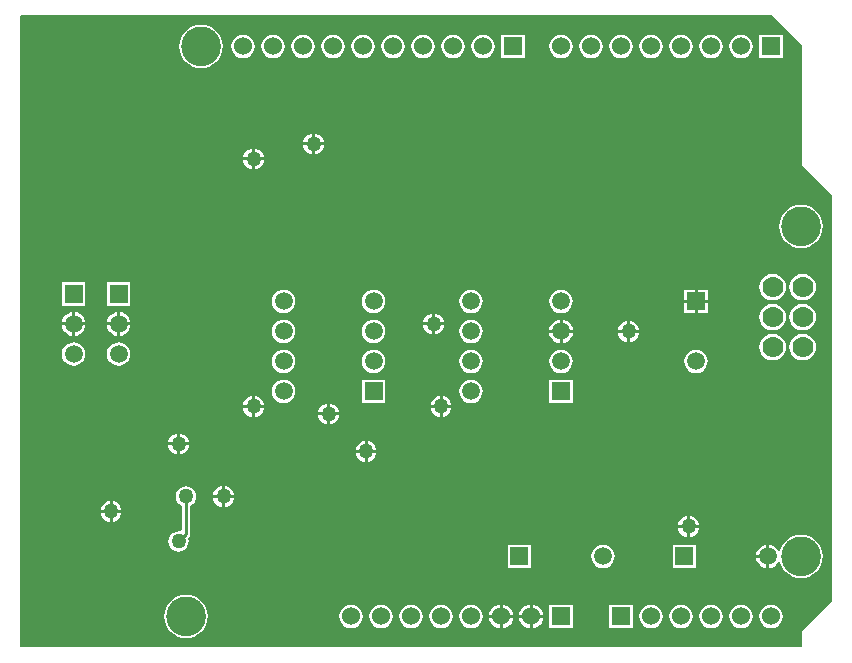
<source format=gbl>
G04*
G04 #@! TF.GenerationSoftware,Altium Limited,Altium Designer,20.0.12 (288)*
G04*
G04 Layer_Physical_Order=2*
G04 Layer_Color=16711680*
%FSLAX25Y25*%
%MOIN*%
G70*
G01*
G75*
%ADD13C,0.01000*%
%ADD14C,0.00500*%
%ADD16C,0.00700*%
%ADD41R,0.05906X0.05906*%
%ADD42C,0.05906*%
%ADD43R,0.05906X0.05906*%
%ADD44C,0.12598*%
%ADD45R,0.06000X0.06000*%
%ADD46C,0.06000*%
%ADD47C,0.07000*%
%ADD48C,0.05000*%
G36*
X260000Y200000D02*
Y160000D01*
X270000Y150000D01*
Y15000D01*
X260000Y5000D01*
Y0D01*
X0D01*
X-0Y210000D01*
X250000Y210000D01*
X260000Y200000D01*
D02*
G37*
%LPC*%
G36*
X253900Y203900D02*
X246100D01*
Y196100D01*
X253900D01*
Y203900D01*
D02*
G37*
G36*
X167900D02*
X160100D01*
Y196100D01*
X167900D01*
Y203900D01*
D02*
G37*
G36*
X240000Y203934D02*
X238982Y203800D01*
X238033Y203407D01*
X237218Y202782D01*
X236593Y201967D01*
X236200Y201018D01*
X236066Y200000D01*
X236200Y198982D01*
X236593Y198033D01*
X237218Y197219D01*
X238033Y196593D01*
X238982Y196200D01*
X240000Y196066D01*
X241018Y196200D01*
X241967Y196593D01*
X242781Y197219D01*
X243407Y198033D01*
X243800Y198982D01*
X243934Y200000D01*
X243800Y201018D01*
X243407Y201967D01*
X242781Y202782D01*
X241967Y203407D01*
X241018Y203800D01*
X240000Y203934D01*
D02*
G37*
G36*
X230000D02*
X228982Y203800D01*
X228033Y203407D01*
X227219Y202782D01*
X226593Y201967D01*
X226200Y201018D01*
X226066Y200000D01*
X226200Y198982D01*
X226593Y198033D01*
X227219Y197219D01*
X228033Y196593D01*
X228982Y196200D01*
X230000Y196066D01*
X231018Y196200D01*
X231967Y196593D01*
X232782Y197219D01*
X233407Y198033D01*
X233800Y198982D01*
X233934Y200000D01*
X233800Y201018D01*
X233407Y201967D01*
X232782Y202782D01*
X231967Y203407D01*
X231018Y203800D01*
X230000Y203934D01*
D02*
G37*
G36*
X220000D02*
X218982Y203800D01*
X218033Y203407D01*
X217218Y202782D01*
X216593Y201967D01*
X216200Y201018D01*
X216066Y200000D01*
X216200Y198982D01*
X216593Y198033D01*
X217218Y197219D01*
X218033Y196593D01*
X218982Y196200D01*
X220000Y196066D01*
X221018Y196200D01*
X221967Y196593D01*
X222781Y197219D01*
X223407Y198033D01*
X223800Y198982D01*
X223934Y200000D01*
X223800Y201018D01*
X223407Y201967D01*
X222781Y202782D01*
X221967Y203407D01*
X221018Y203800D01*
X220000Y203934D01*
D02*
G37*
G36*
X210000D02*
X208982Y203800D01*
X208033Y203407D01*
X207219Y202782D01*
X206593Y201967D01*
X206200Y201018D01*
X206066Y200000D01*
X206200Y198982D01*
X206593Y198033D01*
X207219Y197219D01*
X208033Y196593D01*
X208982Y196200D01*
X210000Y196066D01*
X211018Y196200D01*
X211967Y196593D01*
X212782Y197219D01*
X213407Y198033D01*
X213800Y198982D01*
X213934Y200000D01*
X213800Y201018D01*
X213407Y201967D01*
X212782Y202782D01*
X211967Y203407D01*
X211018Y203800D01*
X210000Y203934D01*
D02*
G37*
G36*
X200000D02*
X198982Y203800D01*
X198033Y203407D01*
X197219Y202782D01*
X196593Y201967D01*
X196200Y201018D01*
X196066Y200000D01*
X196200Y198982D01*
X196593Y198033D01*
X197219Y197219D01*
X198033Y196593D01*
X198982Y196200D01*
X200000Y196066D01*
X201018Y196200D01*
X201967Y196593D01*
X202782Y197219D01*
X203407Y198033D01*
X203800Y198982D01*
X203934Y200000D01*
X203800Y201018D01*
X203407Y201967D01*
X202782Y202782D01*
X201967Y203407D01*
X201018Y203800D01*
X200000Y203934D01*
D02*
G37*
G36*
X190000D02*
X188982Y203800D01*
X188033Y203407D01*
X187218Y202782D01*
X186593Y201967D01*
X186200Y201018D01*
X186066Y200000D01*
X186200Y198982D01*
X186593Y198033D01*
X187218Y197219D01*
X188033Y196593D01*
X188982Y196200D01*
X190000Y196066D01*
X191018Y196200D01*
X191967Y196593D01*
X192781Y197219D01*
X193407Y198033D01*
X193800Y198982D01*
X193934Y200000D01*
X193800Y201018D01*
X193407Y201967D01*
X192781Y202782D01*
X191967Y203407D01*
X191018Y203800D01*
X190000Y203934D01*
D02*
G37*
G36*
X180000D02*
X178982Y203800D01*
X178033Y203407D01*
X177218Y202782D01*
X176593Y201967D01*
X176200Y201018D01*
X176066Y200000D01*
X176200Y198982D01*
X176593Y198033D01*
X177218Y197219D01*
X178033Y196593D01*
X178982Y196200D01*
X180000Y196066D01*
X181018Y196200D01*
X181967Y196593D01*
X182782Y197219D01*
X183407Y198033D01*
X183800Y198982D01*
X183934Y200000D01*
X183800Y201018D01*
X183407Y201967D01*
X182782Y202782D01*
X181967Y203407D01*
X181018Y203800D01*
X180000Y203934D01*
D02*
G37*
G36*
X154000D02*
X152982Y203800D01*
X152033Y203407D01*
X151218Y202782D01*
X150593Y201967D01*
X150200Y201018D01*
X150066Y200000D01*
X150200Y198982D01*
X150593Y198033D01*
X151218Y197219D01*
X152033Y196593D01*
X152982Y196200D01*
X154000Y196066D01*
X155018Y196200D01*
X155967Y196593D01*
X156781Y197219D01*
X157407Y198033D01*
X157800Y198982D01*
X157934Y200000D01*
X157800Y201018D01*
X157407Y201967D01*
X156781Y202782D01*
X155967Y203407D01*
X155018Y203800D01*
X154000Y203934D01*
D02*
G37*
G36*
X144000D02*
X142982Y203800D01*
X142033Y203407D01*
X141218Y202782D01*
X140593Y201967D01*
X140200Y201018D01*
X140066Y200000D01*
X140200Y198982D01*
X140593Y198033D01*
X141218Y197219D01*
X142033Y196593D01*
X142982Y196200D01*
X144000Y196066D01*
X145018Y196200D01*
X145967Y196593D01*
X146782Y197219D01*
X147407Y198033D01*
X147800Y198982D01*
X147934Y200000D01*
X147800Y201018D01*
X147407Y201967D01*
X146782Y202782D01*
X145967Y203407D01*
X145018Y203800D01*
X144000Y203934D01*
D02*
G37*
G36*
X134000D02*
X132982Y203800D01*
X132033Y203407D01*
X131219Y202782D01*
X130593Y201967D01*
X130200Y201018D01*
X130066Y200000D01*
X130200Y198982D01*
X130593Y198033D01*
X131219Y197219D01*
X132033Y196593D01*
X132982Y196200D01*
X134000Y196066D01*
X135018Y196200D01*
X135967Y196593D01*
X136782Y197219D01*
X137407Y198033D01*
X137800Y198982D01*
X137934Y200000D01*
X137800Y201018D01*
X137407Y201967D01*
X136782Y202782D01*
X135967Y203407D01*
X135018Y203800D01*
X134000Y203934D01*
D02*
G37*
G36*
X124000D02*
X122982Y203800D01*
X122033Y203407D01*
X121219Y202782D01*
X120593Y201967D01*
X120200Y201018D01*
X120066Y200000D01*
X120200Y198982D01*
X120593Y198033D01*
X121219Y197219D01*
X122033Y196593D01*
X122982Y196200D01*
X124000Y196066D01*
X125018Y196200D01*
X125967Y196593D01*
X126781Y197219D01*
X127407Y198033D01*
X127800Y198982D01*
X127934Y200000D01*
X127800Y201018D01*
X127407Y201967D01*
X126781Y202782D01*
X125967Y203407D01*
X125018Y203800D01*
X124000Y203934D01*
D02*
G37*
G36*
X114000D02*
X112982Y203800D01*
X112033Y203407D01*
X111219Y202782D01*
X110593Y201967D01*
X110200Y201018D01*
X110066Y200000D01*
X110200Y198982D01*
X110593Y198033D01*
X111219Y197219D01*
X112033Y196593D01*
X112982Y196200D01*
X114000Y196066D01*
X115018Y196200D01*
X115967Y196593D01*
X116781Y197219D01*
X117407Y198033D01*
X117800Y198982D01*
X117934Y200000D01*
X117800Y201018D01*
X117407Y201967D01*
X116781Y202782D01*
X115967Y203407D01*
X115018Y203800D01*
X114000Y203934D01*
D02*
G37*
G36*
X104000D02*
X102982Y203800D01*
X102033Y203407D01*
X101218Y202782D01*
X100593Y201967D01*
X100200Y201018D01*
X100066Y200000D01*
X100200Y198982D01*
X100593Y198033D01*
X101218Y197219D01*
X102033Y196593D01*
X102982Y196200D01*
X104000Y196066D01*
X105018Y196200D01*
X105967Y196593D01*
X106781Y197219D01*
X107407Y198033D01*
X107800Y198982D01*
X107934Y200000D01*
X107800Y201018D01*
X107407Y201967D01*
X106781Y202782D01*
X105967Y203407D01*
X105018Y203800D01*
X104000Y203934D01*
D02*
G37*
G36*
X94000D02*
X92982Y203800D01*
X92033Y203407D01*
X91219Y202782D01*
X90593Y201967D01*
X90200Y201018D01*
X90066Y200000D01*
X90200Y198982D01*
X90593Y198033D01*
X91219Y197219D01*
X92033Y196593D01*
X92982Y196200D01*
X94000Y196066D01*
X95018Y196200D01*
X95967Y196593D01*
X96781Y197219D01*
X97407Y198033D01*
X97800Y198982D01*
X97934Y200000D01*
X97800Y201018D01*
X97407Y201967D01*
X96781Y202782D01*
X95967Y203407D01*
X95018Y203800D01*
X94000Y203934D01*
D02*
G37*
G36*
X84000D02*
X82982Y203800D01*
X82033Y203407D01*
X81218Y202782D01*
X80593Y201967D01*
X80200Y201018D01*
X80066Y200000D01*
X80200Y198982D01*
X80593Y198033D01*
X81218Y197219D01*
X82033Y196593D01*
X82982Y196200D01*
X84000Y196066D01*
X85018Y196200D01*
X85967Y196593D01*
X86782Y197219D01*
X87407Y198033D01*
X87800Y198982D01*
X87934Y200000D01*
X87800Y201018D01*
X87407Y201967D01*
X86782Y202782D01*
X85967Y203407D01*
X85018Y203800D01*
X84000Y203934D01*
D02*
G37*
G36*
X74000D02*
X72982Y203800D01*
X72033Y203407D01*
X71219Y202782D01*
X70593Y201967D01*
X70200Y201018D01*
X70066Y200000D01*
X70200Y198982D01*
X70593Y198033D01*
X71219Y197219D01*
X72033Y196593D01*
X72982Y196200D01*
X74000Y196066D01*
X75018Y196200D01*
X75967Y196593D01*
X76781Y197219D01*
X77407Y198033D01*
X77800Y198982D01*
X77934Y200000D01*
X77800Y201018D01*
X77407Y201967D01*
X76781Y202782D01*
X75967Y203407D01*
X75018Y203800D01*
X74000Y203934D01*
D02*
G37*
G36*
X60000Y207234D02*
X58589Y207095D01*
X57232Y206683D01*
X55981Y206015D01*
X54885Y205115D01*
X53985Y204019D01*
X53317Y202768D01*
X52905Y201411D01*
X52766Y200000D01*
X52905Y198589D01*
X53317Y197232D01*
X53985Y195981D01*
X54885Y194885D01*
X55981Y193985D01*
X57232Y193317D01*
X58589Y192905D01*
X60000Y192766D01*
X61411Y192905D01*
X62768Y193317D01*
X64019Y193985D01*
X65115Y194885D01*
X66015Y195981D01*
X66683Y197232D01*
X67095Y198589D01*
X67234Y200000D01*
X67095Y201411D01*
X66683Y202768D01*
X66015Y204019D01*
X65115Y205115D01*
X64019Y206015D01*
X62768Y206683D01*
X61411Y207095D01*
X60000Y207234D01*
D02*
G37*
G36*
X98000Y170964D02*
Y168000D01*
X100964D01*
X100910Y168414D01*
X100557Y169265D01*
X99996Y169996D01*
X99265Y170557D01*
X98414Y170910D01*
X98000Y170964D01*
D02*
G37*
G36*
X97000D02*
X96586Y170910D01*
X95735Y170557D01*
X95004Y169996D01*
X94443Y169265D01*
X94090Y168414D01*
X94036Y168000D01*
X97000D01*
Y170964D01*
D02*
G37*
G36*
X100964Y167000D02*
X98000D01*
Y164036D01*
X98414Y164090D01*
X99265Y164443D01*
X99996Y165004D01*
X100557Y165735D01*
X100910Y166586D01*
X100964Y167000D01*
D02*
G37*
G36*
X97000D02*
X94036D01*
X94090Y166586D01*
X94443Y165735D01*
X95004Y165004D01*
X95735Y164443D01*
X96586Y164090D01*
X97000Y164036D01*
Y167000D01*
D02*
G37*
G36*
X78000Y165964D02*
Y163000D01*
X80964D01*
X80910Y163414D01*
X80557Y164265D01*
X79996Y164996D01*
X79265Y165557D01*
X78414Y165910D01*
X78000Y165964D01*
D02*
G37*
G36*
X77000D02*
X76586Y165910D01*
X75735Y165557D01*
X75004Y164996D01*
X74443Y164265D01*
X74090Y163414D01*
X74036Y163000D01*
X77000D01*
Y165964D01*
D02*
G37*
G36*
X80964Y162000D02*
X78000D01*
Y159036D01*
X78414Y159090D01*
X79265Y159443D01*
X79996Y160004D01*
X80557Y160735D01*
X80910Y161586D01*
X80964Y162000D01*
D02*
G37*
G36*
X77000D02*
X74036D01*
X74090Y161586D01*
X74443Y160735D01*
X75004Y160004D01*
X75735Y159443D01*
X76586Y159090D01*
X77000Y159036D01*
Y162000D01*
D02*
G37*
G36*
X260000Y147234D02*
X258589Y147095D01*
X257232Y146683D01*
X255981Y146015D01*
X254885Y145115D01*
X253985Y144019D01*
X253317Y142768D01*
X252905Y141411D01*
X252766Y140000D01*
X252905Y138589D01*
X253317Y137232D01*
X253985Y135981D01*
X254885Y134885D01*
X255981Y133985D01*
X257232Y133317D01*
X258589Y132905D01*
X260000Y132766D01*
X261411Y132905D01*
X262768Y133317D01*
X264019Y133985D01*
X265115Y134885D01*
X266015Y135981D01*
X266683Y137232D01*
X267095Y138589D01*
X267234Y140000D01*
X267095Y141411D01*
X266683Y142768D01*
X266015Y144019D01*
X265115Y145115D01*
X264019Y146015D01*
X262768Y146683D01*
X261411Y147095D01*
X260000Y147234D01*
D02*
G37*
G36*
X228953Y118953D02*
X225500D01*
Y115500D01*
X228953D01*
Y118953D01*
D02*
G37*
G36*
X224500D02*
X221047D01*
Y115500D01*
X224500D01*
Y118953D01*
D02*
G37*
G36*
X260551Y124241D02*
X259403Y124090D01*
X258332Y123646D01*
X257413Y122941D01*
X256708Y122022D01*
X256264Y120952D01*
X256113Y119803D01*
X256264Y118655D01*
X256708Y117584D01*
X257413Y116665D01*
X258332Y115960D01*
X259403Y115516D01*
X260551Y115365D01*
X261700Y115516D01*
X262770Y115960D01*
X263689Y116665D01*
X264395Y117584D01*
X264838Y118655D01*
X264989Y119803D01*
X264838Y120952D01*
X264395Y122022D01*
X263689Y122941D01*
X262770Y123646D01*
X261700Y124090D01*
X260551Y124241D01*
D02*
G37*
G36*
X250551D02*
X249403Y124090D01*
X248332Y123646D01*
X247413Y122941D01*
X246708Y122022D01*
X246264Y120952D01*
X246113Y119803D01*
X246264Y118655D01*
X246708Y117584D01*
X247413Y116665D01*
X248332Y115960D01*
X249403Y115516D01*
X250551Y115365D01*
X251700Y115516D01*
X252770Y115960D01*
X253689Y116665D01*
X254395Y117584D01*
X254838Y118655D01*
X254989Y119803D01*
X254838Y120952D01*
X254395Y122022D01*
X253689Y122941D01*
X252770Y123646D01*
X251700Y124090D01*
X250551Y124241D01*
D02*
G37*
G36*
X36353Y121353D02*
X28647D01*
Y113647D01*
X36353D01*
Y121353D01*
D02*
G37*
G36*
X21353D02*
X13647D01*
Y113647D01*
X21353D01*
Y121353D01*
D02*
G37*
G36*
X180000Y118886D02*
X178994Y118754D01*
X178057Y118365D01*
X177252Y117748D01*
X176635Y116943D01*
X176246Y116006D01*
X176114Y115000D01*
X176246Y113994D01*
X176635Y113057D01*
X177252Y112252D01*
X178057Y111635D01*
X178994Y111246D01*
X180000Y111114D01*
X181006Y111246D01*
X181943Y111635D01*
X182748Y112252D01*
X183365Y113057D01*
X183754Y113994D01*
X183886Y115000D01*
X183754Y116006D01*
X183365Y116943D01*
X182748Y117748D01*
X181943Y118365D01*
X181006Y118754D01*
X180000Y118886D01*
D02*
G37*
G36*
X150000D02*
X148994Y118754D01*
X148057Y118365D01*
X147252Y117748D01*
X146635Y116943D01*
X146246Y116006D01*
X146114Y115000D01*
X146246Y113994D01*
X146635Y113057D01*
X147252Y112252D01*
X148057Y111635D01*
X148994Y111246D01*
X150000Y111114D01*
X151006Y111246D01*
X151943Y111635D01*
X152748Y112252D01*
X153365Y113057D01*
X153754Y113994D01*
X153886Y115000D01*
X153754Y116006D01*
X153365Y116943D01*
X152748Y117748D01*
X151943Y118365D01*
X151006Y118754D01*
X150000Y118886D01*
D02*
G37*
G36*
X117500D02*
X116494Y118754D01*
X115557Y118365D01*
X114752Y117748D01*
X114135Y116943D01*
X113746Y116006D01*
X113614Y115000D01*
X113746Y113994D01*
X114135Y113057D01*
X114752Y112252D01*
X115557Y111635D01*
X116494Y111246D01*
X117500Y111114D01*
X118506Y111246D01*
X119443Y111635D01*
X120248Y112252D01*
X120865Y113057D01*
X121254Y113994D01*
X121386Y115000D01*
X121254Y116006D01*
X120865Y116943D01*
X120248Y117748D01*
X119443Y118365D01*
X118506Y118754D01*
X117500Y118886D01*
D02*
G37*
G36*
X87500D02*
X86494Y118754D01*
X85557Y118365D01*
X84752Y117748D01*
X84135Y116943D01*
X83746Y116006D01*
X83614Y115000D01*
X83746Y113994D01*
X84135Y113057D01*
X84752Y112252D01*
X85557Y111635D01*
X86494Y111246D01*
X87500Y111114D01*
X88506Y111246D01*
X89443Y111635D01*
X90248Y112252D01*
X90865Y113057D01*
X91254Y113994D01*
X91386Y115000D01*
X91254Y116006D01*
X90865Y116943D01*
X90248Y117748D01*
X89443Y118365D01*
X88506Y118754D01*
X87500Y118886D01*
D02*
G37*
G36*
X228953Y114500D02*
X225500D01*
Y111047D01*
X228953D01*
Y114500D01*
D02*
G37*
G36*
X224500D02*
X221047D01*
Y111047D01*
X224500D01*
Y114500D01*
D02*
G37*
G36*
X33000Y111421D02*
Y108000D01*
X36421D01*
X36351Y108532D01*
X35953Y109493D01*
X35319Y110319D01*
X34493Y110953D01*
X33532Y111351D01*
X33000Y111421D01*
D02*
G37*
G36*
X18000D02*
Y108000D01*
X21421D01*
X21351Y108532D01*
X20953Y109493D01*
X20319Y110319D01*
X19493Y110953D01*
X18532Y111351D01*
X18000Y111421D01*
D02*
G37*
G36*
X138000Y110964D02*
Y108000D01*
X140964D01*
X140910Y108414D01*
X140557Y109265D01*
X139996Y109996D01*
X139265Y110557D01*
X138414Y110910D01*
X138000Y110964D01*
D02*
G37*
G36*
X137000D02*
X136586Y110910D01*
X135735Y110557D01*
X135004Y109996D01*
X134443Y109265D01*
X134090Y108414D01*
X134036Y108000D01*
X137000D01*
Y110964D01*
D02*
G37*
G36*
X32000Y111421D02*
X31468Y111351D01*
X30507Y110953D01*
X29681Y110319D01*
X29047Y109493D01*
X28649Y108532D01*
X28579Y108000D01*
X32000D01*
Y111421D01*
D02*
G37*
G36*
X17000D02*
X16468Y111351D01*
X15507Y110953D01*
X14681Y110319D01*
X14047Y109493D01*
X13649Y108532D01*
X13579Y108000D01*
X17000D01*
Y111421D01*
D02*
G37*
G36*
X180500Y108921D02*
Y105500D01*
X183921D01*
X183851Y106032D01*
X183453Y106993D01*
X182819Y107819D01*
X181993Y108453D01*
X181032Y108851D01*
X180500Y108921D01*
D02*
G37*
G36*
X203000Y108464D02*
Y105500D01*
X205964D01*
X205910Y105914D01*
X205557Y106765D01*
X204996Y107496D01*
X204265Y108057D01*
X203414Y108410D01*
X203000Y108464D01*
D02*
G37*
G36*
X202000D02*
X201586Y108410D01*
X200735Y108057D01*
X200004Y107496D01*
X199443Y106765D01*
X199090Y105914D01*
X199036Y105500D01*
X202000D01*
Y108464D01*
D02*
G37*
G36*
X179500Y108921D02*
X178968Y108851D01*
X178007Y108453D01*
X177181Y107819D01*
X176547Y106993D01*
X176149Y106032D01*
X176079Y105500D01*
X179500D01*
Y108921D01*
D02*
G37*
G36*
X260551Y114241D02*
X259403Y114090D01*
X258332Y113646D01*
X257413Y112941D01*
X256708Y112022D01*
X256264Y110952D01*
X256113Y109803D01*
X256264Y108654D01*
X256708Y107584D01*
X257413Y106665D01*
X258332Y105960D01*
X259403Y105516D01*
X260551Y105365D01*
X261700Y105516D01*
X262770Y105960D01*
X263689Y106665D01*
X264395Y107584D01*
X264838Y108654D01*
X264989Y109803D01*
X264838Y110952D01*
X264395Y112022D01*
X263689Y112941D01*
X262770Y113646D01*
X261700Y114090D01*
X260551Y114241D01*
D02*
G37*
G36*
X250551D02*
X249403Y114090D01*
X248332Y113646D01*
X247413Y112941D01*
X246708Y112022D01*
X246264Y110952D01*
X246113Y109803D01*
X246264Y108654D01*
X246708Y107584D01*
X247413Y106665D01*
X248332Y105960D01*
X249403Y105516D01*
X250551Y105365D01*
X251700Y105516D01*
X252770Y105960D01*
X253689Y106665D01*
X254395Y107584D01*
X254838Y108654D01*
X254989Y109803D01*
X254838Y110952D01*
X254395Y112022D01*
X253689Y112941D01*
X252770Y113646D01*
X251700Y114090D01*
X250551Y114241D01*
D02*
G37*
G36*
X140964Y107000D02*
X138000D01*
Y104036D01*
X138414Y104090D01*
X139265Y104443D01*
X139996Y105004D01*
X140557Y105735D01*
X140910Y106586D01*
X140964Y107000D01*
D02*
G37*
G36*
X137000D02*
X134036D01*
X134090Y106586D01*
X134443Y105735D01*
X135004Y105004D01*
X135735Y104443D01*
X136586Y104090D01*
X137000Y104036D01*
Y107000D01*
D02*
G37*
G36*
X36421D02*
X33000D01*
Y103579D01*
X33532Y103649D01*
X34493Y104047D01*
X35319Y104681D01*
X35953Y105507D01*
X36351Y106468D01*
X36421Y107000D01*
D02*
G37*
G36*
X21421D02*
X18000D01*
Y103579D01*
X18532Y103649D01*
X19493Y104047D01*
X20319Y104681D01*
X20953Y105507D01*
X21351Y106468D01*
X21421Y107000D01*
D02*
G37*
G36*
X32000D02*
X28579D01*
X28649Y106468D01*
X29047Y105507D01*
X29681Y104681D01*
X30507Y104047D01*
X31468Y103649D01*
X32000Y103579D01*
Y107000D01*
D02*
G37*
G36*
X17000D02*
X13579D01*
X13649Y106468D01*
X14047Y105507D01*
X14681Y104681D01*
X15507Y104047D01*
X16468Y103649D01*
X17000Y103579D01*
Y107000D01*
D02*
G37*
G36*
X205964Y104500D02*
X203000D01*
Y101536D01*
X203414Y101590D01*
X204265Y101943D01*
X204996Y102504D01*
X205557Y103235D01*
X205910Y104086D01*
X205964Y104500D01*
D02*
G37*
G36*
X202000D02*
X199036D01*
X199090Y104086D01*
X199443Y103235D01*
X200004Y102504D01*
X200735Y101943D01*
X201586Y101590D01*
X202000Y101536D01*
Y104500D01*
D02*
G37*
G36*
X150000Y108886D02*
X148994Y108754D01*
X148057Y108365D01*
X147252Y107748D01*
X146635Y106943D01*
X146246Y106006D01*
X146114Y105000D01*
X146246Y103994D01*
X146635Y103057D01*
X147252Y102252D01*
X148057Y101635D01*
X148994Y101246D01*
X150000Y101114D01*
X151006Y101246D01*
X151943Y101635D01*
X152748Y102252D01*
X153365Y103057D01*
X153754Y103994D01*
X153886Y105000D01*
X153754Y106006D01*
X153365Y106943D01*
X152748Y107748D01*
X151943Y108365D01*
X151006Y108754D01*
X150000Y108886D01*
D02*
G37*
G36*
X117500D02*
X116494Y108754D01*
X115557Y108365D01*
X114752Y107748D01*
X114135Y106943D01*
X113746Y106006D01*
X113614Y105000D01*
X113746Y103994D01*
X114135Y103057D01*
X114752Y102252D01*
X115557Y101635D01*
X116494Y101246D01*
X117500Y101114D01*
X118506Y101246D01*
X119443Y101635D01*
X120248Y102252D01*
X120865Y103057D01*
X121254Y103994D01*
X121386Y105000D01*
X121254Y106006D01*
X120865Y106943D01*
X120248Y107748D01*
X119443Y108365D01*
X118506Y108754D01*
X117500Y108886D01*
D02*
G37*
G36*
X87500D02*
X86494Y108754D01*
X85557Y108365D01*
X84752Y107748D01*
X84135Y106943D01*
X83746Y106006D01*
X83614Y105000D01*
X83746Y103994D01*
X84135Y103057D01*
X84752Y102252D01*
X85557Y101635D01*
X86494Y101246D01*
X87500Y101114D01*
X88506Y101246D01*
X89443Y101635D01*
X90248Y102252D01*
X90865Y103057D01*
X91254Y103994D01*
X91386Y105000D01*
X91254Y106006D01*
X90865Y106943D01*
X90248Y107748D01*
X89443Y108365D01*
X88506Y108754D01*
X87500Y108886D01*
D02*
G37*
G36*
X183921Y104500D02*
X180500D01*
Y101079D01*
X181032Y101149D01*
X181993Y101547D01*
X182819Y102181D01*
X183453Y103007D01*
X183851Y103968D01*
X183921Y104500D01*
D02*
G37*
G36*
X179500D02*
X176079D01*
X176149Y103968D01*
X176547Y103007D01*
X177181Y102181D01*
X178007Y101547D01*
X178968Y101149D01*
X179500Y101079D01*
Y104500D01*
D02*
G37*
G36*
X260551Y104241D02*
X259403Y104090D01*
X258332Y103647D01*
X257413Y102941D01*
X256708Y102022D01*
X256264Y100952D01*
X256113Y99803D01*
X256264Y98655D01*
X256708Y97584D01*
X257413Y96665D01*
X258332Y95960D01*
X259403Y95516D01*
X260551Y95365D01*
X261700Y95516D01*
X262770Y95960D01*
X263689Y96665D01*
X264395Y97584D01*
X264838Y98655D01*
X264989Y99803D01*
X264838Y100952D01*
X264395Y102022D01*
X263689Y102941D01*
X262770Y103647D01*
X261700Y104090D01*
X260551Y104241D01*
D02*
G37*
G36*
X250551D02*
X249403Y104090D01*
X248332Y103647D01*
X247413Y102941D01*
X246708Y102022D01*
X246264Y100952D01*
X246113Y99803D01*
X246264Y98655D01*
X246708Y97584D01*
X247413Y96665D01*
X248332Y95960D01*
X249403Y95516D01*
X250551Y95365D01*
X251700Y95516D01*
X252770Y95960D01*
X253689Y96665D01*
X254395Y97584D01*
X254838Y98655D01*
X254989Y99803D01*
X254838Y100952D01*
X254395Y102022D01*
X253689Y102941D01*
X252770Y103647D01*
X251700Y104090D01*
X250551Y104241D01*
D02*
G37*
G36*
X32500Y101386D02*
X31494Y101254D01*
X30557Y100865D01*
X29752Y100248D01*
X29135Y99443D01*
X28746Y98506D01*
X28614Y97500D01*
X28746Y96494D01*
X29135Y95557D01*
X29752Y94752D01*
X30557Y94135D01*
X31494Y93746D01*
X32500Y93614D01*
X33506Y93746D01*
X34443Y94135D01*
X35248Y94752D01*
X35865Y95557D01*
X36254Y96494D01*
X36386Y97500D01*
X36254Y98506D01*
X35865Y99443D01*
X35248Y100248D01*
X34443Y100865D01*
X33506Y101254D01*
X32500Y101386D01*
D02*
G37*
G36*
X17500D02*
X16494Y101254D01*
X15557Y100865D01*
X14752Y100248D01*
X14135Y99443D01*
X13746Y98506D01*
X13614Y97500D01*
X13746Y96494D01*
X14135Y95557D01*
X14752Y94752D01*
X15557Y94135D01*
X16494Y93746D01*
X17500Y93614D01*
X18506Y93746D01*
X19443Y94135D01*
X20248Y94752D01*
X20865Y95557D01*
X21254Y96494D01*
X21386Y97500D01*
X21254Y98506D01*
X20865Y99443D01*
X20248Y100248D01*
X19443Y100865D01*
X18506Y101254D01*
X17500Y101386D01*
D02*
G37*
G36*
X225000Y98886D02*
X223994Y98754D01*
X223057Y98365D01*
X222252Y97748D01*
X221635Y96943D01*
X221246Y96006D01*
X221114Y95000D01*
X221246Y93994D01*
X221635Y93057D01*
X222252Y92252D01*
X223057Y91635D01*
X223994Y91246D01*
X225000Y91114D01*
X226006Y91246D01*
X226943Y91635D01*
X227748Y92252D01*
X228365Y93057D01*
X228754Y93994D01*
X228886Y95000D01*
X228754Y96006D01*
X228365Y96943D01*
X227748Y97748D01*
X226943Y98365D01*
X226006Y98754D01*
X225000Y98886D01*
D02*
G37*
G36*
X180000D02*
X178994Y98754D01*
X178057Y98365D01*
X177252Y97748D01*
X176635Y96943D01*
X176246Y96006D01*
X176114Y95000D01*
X176246Y93994D01*
X176635Y93057D01*
X177252Y92252D01*
X178057Y91635D01*
X178994Y91246D01*
X180000Y91114D01*
X181006Y91246D01*
X181943Y91635D01*
X182748Y92252D01*
X183365Y93057D01*
X183754Y93994D01*
X183886Y95000D01*
X183754Y96006D01*
X183365Y96943D01*
X182748Y97748D01*
X181943Y98365D01*
X181006Y98754D01*
X180000Y98886D01*
D02*
G37*
G36*
X150000D02*
X148994Y98754D01*
X148057Y98365D01*
X147252Y97748D01*
X146635Y96943D01*
X146246Y96006D01*
X146114Y95000D01*
X146246Y93994D01*
X146635Y93057D01*
X147252Y92252D01*
X148057Y91635D01*
X148994Y91246D01*
X150000Y91114D01*
X151006Y91246D01*
X151943Y91635D01*
X152748Y92252D01*
X153365Y93057D01*
X153754Y93994D01*
X153886Y95000D01*
X153754Y96006D01*
X153365Y96943D01*
X152748Y97748D01*
X151943Y98365D01*
X151006Y98754D01*
X150000Y98886D01*
D02*
G37*
G36*
X117500D02*
X116494Y98754D01*
X115557Y98365D01*
X114752Y97748D01*
X114135Y96943D01*
X113746Y96006D01*
X113614Y95000D01*
X113746Y93994D01*
X114135Y93057D01*
X114752Y92252D01*
X115557Y91635D01*
X116494Y91246D01*
X117500Y91114D01*
X118506Y91246D01*
X119443Y91635D01*
X120248Y92252D01*
X120865Y93057D01*
X121254Y93994D01*
X121386Y95000D01*
X121254Y96006D01*
X120865Y96943D01*
X120248Y97748D01*
X119443Y98365D01*
X118506Y98754D01*
X117500Y98886D01*
D02*
G37*
G36*
X87500D02*
X86494Y98754D01*
X85557Y98365D01*
X84752Y97748D01*
X84135Y96943D01*
X83746Y96006D01*
X83614Y95000D01*
X83746Y93994D01*
X84135Y93057D01*
X84752Y92252D01*
X85557Y91635D01*
X86494Y91246D01*
X87500Y91114D01*
X88506Y91246D01*
X89443Y91635D01*
X90248Y92252D01*
X90865Y93057D01*
X91254Y93994D01*
X91386Y95000D01*
X91254Y96006D01*
X90865Y96943D01*
X90248Y97748D01*
X89443Y98365D01*
X88506Y98754D01*
X87500Y98886D01*
D02*
G37*
G36*
X183853Y88853D02*
X176147D01*
Y81147D01*
X183853D01*
Y88853D01*
D02*
G37*
G36*
X121353D02*
X113647D01*
Y81147D01*
X121353D01*
Y88853D01*
D02*
G37*
G36*
X150000Y88886D02*
X148994Y88754D01*
X148057Y88365D01*
X147252Y87748D01*
X146635Y86943D01*
X146246Y86006D01*
X146114Y85000D01*
X146246Y83994D01*
X146635Y83057D01*
X147252Y82252D01*
X148057Y81635D01*
X148994Y81246D01*
X150000Y81114D01*
X151006Y81246D01*
X151943Y81635D01*
X152748Y82252D01*
X153365Y83057D01*
X153754Y83994D01*
X153886Y85000D01*
X153754Y86006D01*
X153365Y86943D01*
X152748Y87748D01*
X151943Y88365D01*
X151006Y88754D01*
X150000Y88886D01*
D02*
G37*
G36*
X87500D02*
X86494Y88754D01*
X85557Y88365D01*
X84752Y87748D01*
X84135Y86943D01*
X83746Y86006D01*
X83614Y85000D01*
X83746Y83994D01*
X84135Y83057D01*
X84752Y82252D01*
X85557Y81635D01*
X86494Y81246D01*
X87500Y81114D01*
X88506Y81246D01*
X89443Y81635D01*
X90248Y82252D01*
X90865Y83057D01*
X91254Y83994D01*
X91386Y85000D01*
X91254Y86006D01*
X90865Y86943D01*
X90248Y87748D01*
X89443Y88365D01*
X88506Y88754D01*
X87500Y88886D01*
D02*
G37*
G36*
X140500Y83464D02*
Y80500D01*
X143464D01*
X143410Y80914D01*
X143057Y81765D01*
X142496Y82496D01*
X141765Y83057D01*
X140914Y83410D01*
X140500Y83464D01*
D02*
G37*
G36*
X139500D02*
X139086Y83410D01*
X138235Y83057D01*
X137504Y82496D01*
X136943Y81765D01*
X136590Y80914D01*
X136536Y80500D01*
X139500D01*
Y83464D01*
D02*
G37*
G36*
X78000D02*
Y80500D01*
X80964D01*
X80910Y80914D01*
X80557Y81765D01*
X79996Y82496D01*
X79265Y83057D01*
X78414Y83410D01*
X78000Y83464D01*
D02*
G37*
G36*
X77000D02*
X76586Y83410D01*
X75735Y83057D01*
X75004Y82496D01*
X74443Y81765D01*
X74090Y80914D01*
X74036Y80500D01*
X77000D01*
Y83464D01*
D02*
G37*
G36*
X103000Y80964D02*
Y78000D01*
X105964D01*
X105910Y78414D01*
X105557Y79265D01*
X104996Y79996D01*
X104265Y80557D01*
X103414Y80910D01*
X103000Y80964D01*
D02*
G37*
G36*
X102000D02*
X101586Y80910D01*
X100735Y80557D01*
X100004Y79996D01*
X99443Y79265D01*
X99090Y78414D01*
X99036Y78000D01*
X102000D01*
Y80964D01*
D02*
G37*
G36*
X143464Y79500D02*
X140500D01*
Y76536D01*
X140914Y76590D01*
X141765Y76943D01*
X142496Y77504D01*
X143057Y78235D01*
X143410Y79086D01*
X143464Y79500D01*
D02*
G37*
G36*
X139500D02*
X136536D01*
X136590Y79086D01*
X136943Y78235D01*
X137504Y77504D01*
X138235Y76943D01*
X139086Y76590D01*
X139500Y76536D01*
Y79500D01*
D02*
G37*
G36*
X80964D02*
X78000D01*
Y76536D01*
X78414Y76590D01*
X79265Y76943D01*
X79996Y77504D01*
X80557Y78235D01*
X80910Y79086D01*
X80964Y79500D01*
D02*
G37*
G36*
X77000D02*
X74036D01*
X74090Y79086D01*
X74443Y78235D01*
X75004Y77504D01*
X75735Y76943D01*
X76586Y76590D01*
X77000Y76536D01*
Y79500D01*
D02*
G37*
G36*
X105964Y77000D02*
X103000D01*
Y74036D01*
X103414Y74090D01*
X104265Y74443D01*
X104996Y75004D01*
X105557Y75735D01*
X105910Y76586D01*
X105964Y77000D01*
D02*
G37*
G36*
X102000D02*
X99036D01*
X99090Y76586D01*
X99443Y75735D01*
X100004Y75004D01*
X100735Y74443D01*
X101586Y74090D01*
X102000Y74036D01*
Y77000D01*
D02*
G37*
G36*
X53000Y70964D02*
Y68000D01*
X55964D01*
X55910Y68414D01*
X55557Y69265D01*
X54996Y69996D01*
X54265Y70557D01*
X53414Y70910D01*
X53000Y70964D01*
D02*
G37*
G36*
X52000D02*
X51586Y70910D01*
X50735Y70557D01*
X50004Y69996D01*
X49443Y69265D01*
X49090Y68414D01*
X49036Y68000D01*
X52000D01*
Y70964D01*
D02*
G37*
G36*
X115500Y68464D02*
Y65500D01*
X118464D01*
X118410Y65914D01*
X118057Y66765D01*
X117496Y67496D01*
X116765Y68057D01*
X115914Y68410D01*
X115500Y68464D01*
D02*
G37*
G36*
X114500D02*
X114086Y68410D01*
X113235Y68057D01*
X112504Y67496D01*
X111943Y66765D01*
X111590Y65914D01*
X111536Y65500D01*
X114500D01*
Y68464D01*
D02*
G37*
G36*
X55964Y67000D02*
X53000D01*
Y64036D01*
X53414Y64090D01*
X54265Y64443D01*
X54996Y65004D01*
X55557Y65735D01*
X55910Y66586D01*
X55964Y67000D01*
D02*
G37*
G36*
X52000D02*
X49036D01*
X49090Y66586D01*
X49443Y65735D01*
X50004Y65004D01*
X50735Y64443D01*
X51586Y64090D01*
X52000Y64036D01*
Y67000D01*
D02*
G37*
G36*
X118464Y64500D02*
X115500D01*
Y61536D01*
X115914Y61590D01*
X116765Y61943D01*
X117496Y62504D01*
X118057Y63235D01*
X118410Y64086D01*
X118464Y64500D01*
D02*
G37*
G36*
X114500D02*
X111536D01*
X111590Y64086D01*
X111943Y63235D01*
X112504Y62504D01*
X113235Y61943D01*
X114086Y61590D01*
X114500Y61536D01*
Y64500D01*
D02*
G37*
G36*
X68000Y53464D02*
Y50500D01*
X70964D01*
X70910Y50914D01*
X70557Y51765D01*
X69996Y52496D01*
X69265Y53057D01*
X68414Y53410D01*
X68000Y53464D01*
D02*
G37*
G36*
X67000D02*
X66586Y53410D01*
X65735Y53057D01*
X65004Y52496D01*
X64443Y51765D01*
X64090Y50914D01*
X64036Y50500D01*
X67000D01*
Y53464D01*
D02*
G37*
G36*
X70964Y49500D02*
X68000D01*
Y46536D01*
X68414Y46590D01*
X69265Y46943D01*
X69996Y47504D01*
X70557Y48235D01*
X70910Y49086D01*
X70964Y49500D01*
D02*
G37*
G36*
X67000D02*
X64036D01*
X64090Y49086D01*
X64443Y48235D01*
X65004Y47504D01*
X65735Y46943D01*
X66586Y46590D01*
X67000Y46536D01*
Y49500D01*
D02*
G37*
G36*
X30500Y48464D02*
Y45500D01*
X33464D01*
X33410Y45914D01*
X33057Y46765D01*
X32496Y47496D01*
X31765Y48057D01*
X30914Y48410D01*
X30500Y48464D01*
D02*
G37*
G36*
X29500D02*
X29086Y48410D01*
X28235Y48057D01*
X27504Y47496D01*
X26943Y46765D01*
X26590Y45914D01*
X26536Y45500D01*
X29500D01*
Y48464D01*
D02*
G37*
G36*
X33464Y44500D02*
X30500D01*
Y41536D01*
X30914Y41590D01*
X31765Y41943D01*
X32496Y42504D01*
X33057Y43235D01*
X33410Y44086D01*
X33464Y44500D01*
D02*
G37*
G36*
X29500D02*
X26536D01*
X26590Y44086D01*
X26943Y43235D01*
X27504Y42504D01*
X28235Y41943D01*
X29086Y41590D01*
X29500Y41536D01*
Y44500D01*
D02*
G37*
G36*
X223000Y43464D02*
Y40500D01*
X225964D01*
X225910Y40914D01*
X225557Y41765D01*
X224996Y42496D01*
X224265Y43057D01*
X223414Y43410D01*
X223000Y43464D01*
D02*
G37*
G36*
X222000D02*
X221586Y43410D01*
X220735Y43057D01*
X220004Y42496D01*
X219443Y41765D01*
X219090Y40914D01*
X219036Y40500D01*
X222000D01*
Y43464D01*
D02*
G37*
G36*
X55000Y53429D02*
X54112Y53312D01*
X53285Y52970D01*
X52575Y52425D01*
X52030Y51715D01*
X51688Y50888D01*
X51571Y50000D01*
X51688Y49112D01*
X52030Y48285D01*
X52575Y47575D01*
X53285Y47030D01*
X53573Y46911D01*
Y38739D01*
X53073Y38354D01*
X52500Y38429D01*
X51612Y38313D01*
X50785Y37970D01*
X50075Y37425D01*
X49530Y36715D01*
X49187Y35888D01*
X49071Y35000D01*
X49187Y34112D01*
X49530Y33285D01*
X50075Y32575D01*
X50785Y32030D01*
X51612Y31688D01*
X52500Y31571D01*
X53388Y31688D01*
X54215Y32030D01*
X54925Y32575D01*
X55470Y33285D01*
X55813Y34112D01*
X55929Y35000D01*
X55813Y35888D01*
X55694Y36175D01*
X56009Y36491D01*
X56009Y36491D01*
X56319Y36954D01*
X56427Y37500D01*
Y46911D01*
X56715Y47030D01*
X57425Y47575D01*
X57970Y48285D01*
X58312Y49112D01*
X58429Y50000D01*
X58312Y50888D01*
X57970Y51715D01*
X57425Y52425D01*
X56715Y52970D01*
X55888Y53312D01*
X55000Y53429D01*
D02*
G37*
G36*
X225964Y39500D02*
X223000D01*
Y36536D01*
X223414Y36590D01*
X224265Y36943D01*
X224996Y37504D01*
X225557Y38235D01*
X225910Y39086D01*
X225964Y39500D01*
D02*
G37*
G36*
X222000D02*
X219036D01*
X219090Y39086D01*
X219443Y38235D01*
X220004Y37504D01*
X220735Y36943D01*
X221586Y36590D01*
X222000Y36536D01*
Y39500D01*
D02*
G37*
G36*
X260000Y37234D02*
X258589Y37095D01*
X257232Y36683D01*
X255981Y36015D01*
X254885Y35115D01*
X253985Y34019D01*
X253317Y32768D01*
X253034Y31838D01*
X252504Y31812D01*
X252429Y31993D01*
X251796Y32819D01*
X250970Y33453D01*
X250008Y33851D01*
X249476Y33921D01*
Y30000D01*
Y26079D01*
X250008Y26149D01*
X250970Y26547D01*
X251796Y27181D01*
X252429Y28007D01*
X252504Y28188D01*
X253034Y28162D01*
X253317Y27232D01*
X253985Y25981D01*
X254885Y24885D01*
X255981Y23985D01*
X257232Y23317D01*
X258589Y22905D01*
X260000Y22766D01*
X261411Y22905D01*
X262768Y23317D01*
X264019Y23985D01*
X265115Y24885D01*
X266015Y25981D01*
X266683Y27232D01*
X267095Y28589D01*
X267234Y30000D01*
X267095Y31411D01*
X266683Y32768D01*
X266015Y34019D01*
X265115Y35115D01*
X264019Y36015D01*
X262768Y36683D01*
X261411Y37095D01*
X260000Y37234D01*
D02*
G37*
G36*
X248476Y33921D02*
X247944Y33851D01*
X246983Y33453D01*
X246157Y32819D01*
X245524Y31993D01*
X245125Y31032D01*
X245055Y30500D01*
X248476D01*
Y33921D01*
D02*
G37*
G36*
X224876Y33853D02*
X217171D01*
Y26147D01*
X224876D01*
Y33853D01*
D02*
G37*
G36*
X169876D02*
X162171D01*
Y26147D01*
X169876D01*
Y33853D01*
D02*
G37*
G36*
X193976Y33886D02*
X192971Y33754D01*
X192033Y33365D01*
X191229Y32748D01*
X190611Y31943D01*
X190223Y31006D01*
X190090Y30000D01*
X190223Y28994D01*
X190611Y28057D01*
X191229Y27252D01*
X192033Y26635D01*
X192971Y26246D01*
X193976Y26114D01*
X194982Y26246D01*
X195919Y26635D01*
X196724Y27252D01*
X197342Y28057D01*
X197730Y28994D01*
X197862Y30000D01*
X197730Y31006D01*
X197342Y31943D01*
X196724Y32748D01*
X195919Y33365D01*
X194982Y33754D01*
X193976Y33886D01*
D02*
G37*
G36*
X248476Y29500D02*
X245055D01*
X245125Y28968D01*
X245524Y28007D01*
X246157Y27181D01*
X246983Y26547D01*
X247944Y26149D01*
X248476Y26079D01*
Y29500D01*
D02*
G37*
G36*
X170500Y13969D02*
Y10500D01*
X173969D01*
X173897Y11044D01*
X173494Y12017D01*
X172853Y12853D01*
X172017Y13494D01*
X171044Y13897D01*
X170500Y13969D01*
D02*
G37*
G36*
X160500D02*
Y10500D01*
X163969D01*
X163897Y11044D01*
X163494Y12017D01*
X162853Y12853D01*
X162017Y13494D01*
X161044Y13897D01*
X160500Y13969D01*
D02*
G37*
G36*
X169500D02*
X168956Y13897D01*
X167983Y13494D01*
X167147Y12853D01*
X166506Y12017D01*
X166103Y11044D01*
X166031Y10500D01*
X169500D01*
Y13969D01*
D02*
G37*
G36*
X159500D02*
X158956Y13897D01*
X157983Y13494D01*
X157147Y12853D01*
X156506Y12017D01*
X156103Y11044D01*
X156031Y10500D01*
X159500D01*
Y13969D01*
D02*
G37*
G36*
X203900Y13900D02*
X196100D01*
Y6100D01*
X203900D01*
Y13900D01*
D02*
G37*
G36*
X183900D02*
X176100D01*
Y6100D01*
X183900D01*
Y13900D01*
D02*
G37*
G36*
X250000Y13934D02*
X248982Y13800D01*
X248033Y13407D01*
X247218Y12781D01*
X246593Y11967D01*
X246200Y11018D01*
X246066Y10000D01*
X246200Y8982D01*
X246593Y8033D01*
X247218Y7219D01*
X248033Y6593D01*
X248982Y6200D01*
X250000Y6066D01*
X251018Y6200D01*
X251967Y6593D01*
X252782Y7219D01*
X253407Y8033D01*
X253800Y8982D01*
X253934Y10000D01*
X253800Y11018D01*
X253407Y11967D01*
X252782Y12781D01*
X251967Y13407D01*
X251018Y13800D01*
X250000Y13934D01*
D02*
G37*
G36*
X240000D02*
X238982Y13800D01*
X238033Y13407D01*
X237218Y12781D01*
X236593Y11967D01*
X236200Y11018D01*
X236066Y10000D01*
X236200Y8982D01*
X236593Y8033D01*
X237218Y7219D01*
X238033Y6593D01*
X238982Y6200D01*
X240000Y6066D01*
X241018Y6200D01*
X241967Y6593D01*
X242781Y7219D01*
X243407Y8033D01*
X243800Y8982D01*
X243934Y10000D01*
X243800Y11018D01*
X243407Y11967D01*
X242781Y12781D01*
X241967Y13407D01*
X241018Y13800D01*
X240000Y13934D01*
D02*
G37*
G36*
X230000D02*
X228982Y13800D01*
X228033Y13407D01*
X227219Y12781D01*
X226593Y11967D01*
X226200Y11018D01*
X226066Y10000D01*
X226200Y8982D01*
X226593Y8033D01*
X227219Y7219D01*
X228033Y6593D01*
X228982Y6200D01*
X230000Y6066D01*
X231018Y6200D01*
X231967Y6593D01*
X232782Y7219D01*
X233407Y8033D01*
X233800Y8982D01*
X233934Y10000D01*
X233800Y11018D01*
X233407Y11967D01*
X232782Y12781D01*
X231967Y13407D01*
X231018Y13800D01*
X230000Y13934D01*
D02*
G37*
G36*
X220000D02*
X218982Y13800D01*
X218033Y13407D01*
X217218Y12781D01*
X216593Y11967D01*
X216200Y11018D01*
X216066Y10000D01*
X216200Y8982D01*
X216593Y8033D01*
X217218Y7219D01*
X218033Y6593D01*
X218982Y6200D01*
X220000Y6066D01*
X221018Y6200D01*
X221967Y6593D01*
X222781Y7219D01*
X223407Y8033D01*
X223800Y8982D01*
X223934Y10000D01*
X223800Y11018D01*
X223407Y11967D01*
X222781Y12781D01*
X221967Y13407D01*
X221018Y13800D01*
X220000Y13934D01*
D02*
G37*
G36*
X210000D02*
X208982Y13800D01*
X208033Y13407D01*
X207219Y12781D01*
X206593Y11967D01*
X206200Y11018D01*
X206066Y10000D01*
X206200Y8982D01*
X206593Y8033D01*
X207219Y7219D01*
X208033Y6593D01*
X208982Y6200D01*
X210000Y6066D01*
X211018Y6200D01*
X211967Y6593D01*
X212782Y7219D01*
X213407Y8033D01*
X213800Y8982D01*
X213934Y10000D01*
X213800Y11018D01*
X213407Y11967D01*
X212782Y12781D01*
X211967Y13407D01*
X211018Y13800D01*
X210000Y13934D01*
D02*
G37*
G36*
X150000D02*
X148982Y13800D01*
X148033Y13407D01*
X147219Y12781D01*
X146593Y11967D01*
X146200Y11018D01*
X146066Y10000D01*
X146200Y8982D01*
X146593Y8033D01*
X147219Y7219D01*
X148033Y6593D01*
X148982Y6200D01*
X150000Y6066D01*
X151018Y6200D01*
X151967Y6593D01*
X152781Y7219D01*
X153407Y8033D01*
X153800Y8982D01*
X153934Y10000D01*
X153800Y11018D01*
X153407Y11967D01*
X152781Y12781D01*
X151967Y13407D01*
X151018Y13800D01*
X150000Y13934D01*
D02*
G37*
G36*
X140000D02*
X138982Y13800D01*
X138033Y13407D01*
X137218Y12781D01*
X136593Y11967D01*
X136200Y11018D01*
X136066Y10000D01*
X136200Y8982D01*
X136593Y8033D01*
X137218Y7219D01*
X138033Y6593D01*
X138982Y6200D01*
X140000Y6066D01*
X141018Y6200D01*
X141967Y6593D01*
X142781Y7219D01*
X143407Y8033D01*
X143800Y8982D01*
X143934Y10000D01*
X143800Y11018D01*
X143407Y11967D01*
X142781Y12781D01*
X141967Y13407D01*
X141018Y13800D01*
X140000Y13934D01*
D02*
G37*
G36*
X130000D02*
X128982Y13800D01*
X128033Y13407D01*
X127218Y12781D01*
X126593Y11967D01*
X126200Y11018D01*
X126066Y10000D01*
X126200Y8982D01*
X126593Y8033D01*
X127218Y7219D01*
X128033Y6593D01*
X128982Y6200D01*
X130000Y6066D01*
X131018Y6200D01*
X131967Y6593D01*
X132782Y7219D01*
X133407Y8033D01*
X133800Y8982D01*
X133934Y10000D01*
X133800Y11018D01*
X133407Y11967D01*
X132782Y12781D01*
X131967Y13407D01*
X131018Y13800D01*
X130000Y13934D01*
D02*
G37*
G36*
X120000D02*
X118982Y13800D01*
X118033Y13407D01*
X117218Y12781D01*
X116593Y11967D01*
X116200Y11018D01*
X116066Y10000D01*
X116200Y8982D01*
X116593Y8033D01*
X117218Y7219D01*
X118033Y6593D01*
X118982Y6200D01*
X120000Y6066D01*
X121018Y6200D01*
X121967Y6593D01*
X122782Y7219D01*
X123407Y8033D01*
X123800Y8982D01*
X123934Y10000D01*
X123800Y11018D01*
X123407Y11967D01*
X122782Y12781D01*
X121967Y13407D01*
X121018Y13800D01*
X120000Y13934D01*
D02*
G37*
G36*
X110000D02*
X108982Y13800D01*
X108033Y13407D01*
X107219Y12781D01*
X106593Y11967D01*
X106200Y11018D01*
X106066Y10000D01*
X106200Y8982D01*
X106593Y8033D01*
X107219Y7219D01*
X108033Y6593D01*
X108982Y6200D01*
X110000Y6066D01*
X111018Y6200D01*
X111967Y6593D01*
X112782Y7219D01*
X113407Y8033D01*
X113800Y8982D01*
X113934Y10000D01*
X113800Y11018D01*
X113407Y11967D01*
X112782Y12781D01*
X111967Y13407D01*
X111018Y13800D01*
X110000Y13934D01*
D02*
G37*
G36*
X173969Y9500D02*
X170500D01*
Y6031D01*
X171044Y6103D01*
X172017Y6506D01*
X172853Y7147D01*
X173494Y7983D01*
X173897Y8956D01*
X173969Y9500D01*
D02*
G37*
G36*
X163969D02*
X160500D01*
Y6031D01*
X161044Y6103D01*
X162017Y6506D01*
X162853Y7147D01*
X163494Y7983D01*
X163897Y8956D01*
X163969Y9500D01*
D02*
G37*
G36*
X169500D02*
X166031D01*
X166103Y8956D01*
X166506Y7983D01*
X167147Y7147D01*
X167983Y6506D01*
X168956Y6103D01*
X169500Y6031D01*
Y9500D01*
D02*
G37*
G36*
X159500D02*
X156031D01*
X156103Y8956D01*
X156506Y7983D01*
X157147Y7147D01*
X157983Y6506D01*
X158956Y6103D01*
X159500Y6031D01*
Y9500D01*
D02*
G37*
G36*
X55000Y17234D02*
X53589Y17095D01*
X52232Y16683D01*
X50981Y16015D01*
X49885Y15115D01*
X48985Y14019D01*
X48317Y12768D01*
X47905Y11411D01*
X47766Y10000D01*
X47905Y8589D01*
X48317Y7232D01*
X48985Y5981D01*
X49885Y4885D01*
X50981Y3985D01*
X52232Y3317D01*
X53589Y2905D01*
X55000Y2766D01*
X56411Y2905D01*
X57768Y3317D01*
X59019Y3985D01*
X60115Y4885D01*
X61015Y5981D01*
X61683Y7232D01*
X62095Y8589D01*
X62234Y10000D01*
X62095Y11411D01*
X61683Y12768D01*
X61015Y14019D01*
X60115Y15115D01*
X59019Y16015D01*
X57768Y16683D01*
X56411Y17095D01*
X55000Y17234D01*
D02*
G37*
%LPD*%
D13*
X52500Y35000D02*
X55000Y37500D01*
Y50000D01*
D14*
X266299Y140000D02*
G03*
X266299Y140000I-6299J0D01*
G01*
X61299Y10000D02*
G03*
X61299Y10000I-6299J0D01*
G01*
X266299Y30000D02*
G03*
X266299Y30000I-6299J0D01*
G01*
X66299Y200000D02*
G03*
X66299Y200000I-6299J0D01*
G01*
X0Y210000D02*
X250000D01*
X0Y0D02*
X260000D01*
X0D02*
Y210000D01*
X250000D02*
X260000Y200000D01*
Y160000D02*
Y200000D01*
Y160000D02*
X270000Y150000D01*
Y15000D02*
Y150000D01*
X260000Y5000D02*
X270000Y15000D01*
X260000Y0D02*
Y5000D01*
D16*
X171000Y98001D02*
Y101334D01*
X170334Y102000D01*
X169001D01*
X168334Y101334D01*
Y98001D01*
X167001Y98668D02*
X166335Y98001D01*
X165002D01*
X164336Y98668D01*
Y99334D01*
X165002Y100001D01*
X165668D01*
X165002D01*
X164336Y100667D01*
Y101334D01*
X165002Y102000D01*
X166335D01*
X167001Y101334D01*
X108500Y98001D02*
Y101334D01*
X107834Y102000D01*
X106501D01*
X105834Y101334D01*
Y98001D01*
X101836Y102000D02*
X104501D01*
X101836Y99334D01*
Y98668D01*
X102502Y98001D01*
X103835D01*
X104501Y98668D01*
D41*
X225000Y115000D02*
D03*
X32500Y117500D02*
D03*
X17500D02*
D03*
D42*
X225000Y95000D02*
D03*
X32500Y97500D02*
D03*
Y107500D02*
D03*
X17500Y97500D02*
D03*
Y107500D02*
D03*
X193976Y30000D02*
D03*
X248976D02*
D03*
X180000Y95000D02*
D03*
Y105000D02*
D03*
Y115000D02*
D03*
X150000Y85000D02*
D03*
Y95000D02*
D03*
Y105000D02*
D03*
Y115000D02*
D03*
X117500Y95000D02*
D03*
Y105000D02*
D03*
Y115000D02*
D03*
X87500Y85000D02*
D03*
Y95000D02*
D03*
Y105000D02*
D03*
Y115000D02*
D03*
D43*
X166024Y30000D02*
D03*
X221024D02*
D03*
X180000Y85000D02*
D03*
X117500D02*
D03*
D44*
X260000Y30000D02*
D03*
Y140000D02*
D03*
X55000Y10000D02*
D03*
X60000Y200000D02*
D03*
D45*
X200000Y10000D02*
D03*
X164000Y200000D02*
D03*
X250000D02*
D03*
X180000Y10000D02*
D03*
D46*
X210000D02*
D03*
X220000D02*
D03*
X230000D02*
D03*
X240000D02*
D03*
X250000D02*
D03*
X154000Y200000D02*
D03*
X144000D02*
D03*
X134000D02*
D03*
X124000D02*
D03*
X114000D02*
D03*
X104000D02*
D03*
X94000D02*
D03*
X84000D02*
D03*
X74000D02*
D03*
X220000D02*
D03*
X210000D02*
D03*
X200000D02*
D03*
X190000D02*
D03*
X180000D02*
D03*
X240000D02*
D03*
X230000D02*
D03*
X150000Y10000D02*
D03*
X140000D02*
D03*
X130000D02*
D03*
X120000D02*
D03*
X110000D02*
D03*
X170000D02*
D03*
X160000D02*
D03*
D47*
X250551Y119803D02*
D03*
X260551D02*
D03*
X250551Y109803D02*
D03*
X260551D02*
D03*
X250551Y99803D02*
D03*
X260551D02*
D03*
D48*
X115000Y65000D02*
D03*
X102500Y77500D02*
D03*
X222500Y40000D02*
D03*
X202500Y105000D02*
D03*
X137500Y107500D02*
D03*
X52500Y67500D02*
D03*
X67500Y50000D02*
D03*
X30000Y45000D02*
D03*
X52500Y35000D02*
D03*
X55000Y50000D02*
D03*
X140000Y80000D02*
D03*
X77500D02*
D03*
X97500Y167500D02*
D03*
X77500Y162500D02*
D03*
M02*

</source>
